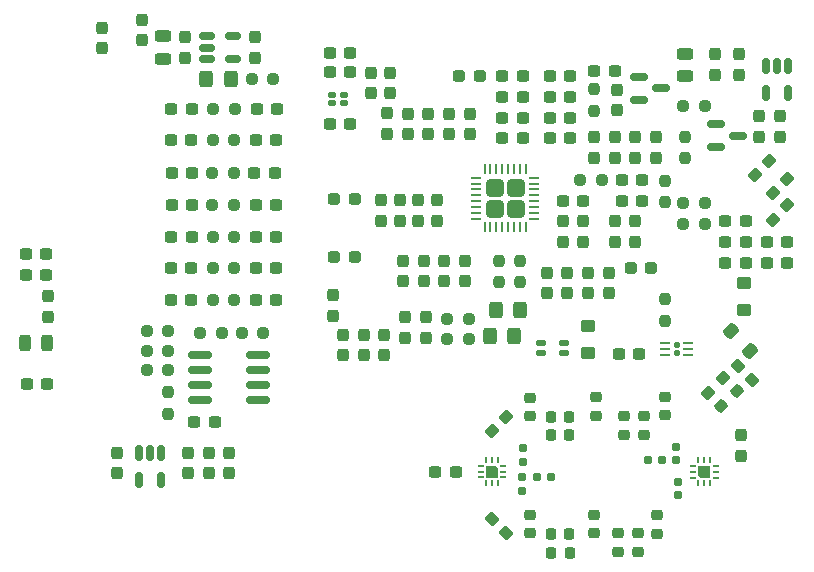
<source format=gbr>
%TF.GenerationSoftware,KiCad,Pcbnew,8.0.8-8.0.8-0~ubuntu22.04.1*%
%TF.CreationDate,2025-02-19T20:52:00+01:00*%
%TF.ProjectId,LO_synth_ADF4351_module,4c4f5f73-796e-4746-985f-414446343335,rev?*%
%TF.SameCoordinates,Original*%
%TF.FileFunction,Paste,Top*%
%TF.FilePolarity,Positive*%
%FSLAX46Y46*%
G04 Gerber Fmt 4.6, Leading zero omitted, Abs format (unit mm)*
G04 Created by KiCad (PCBNEW 8.0.8-8.0.8-0~ubuntu22.04.1) date 2025-02-19 20:52:00*
%MOMM*%
%LPD*%
G01*
G04 APERTURE LIST*
G04 Aperture macros list*
%AMRoundRect*
0 Rectangle with rounded corners*
0 $1 Rounding radius*
0 $2 $3 $4 $5 $6 $7 $8 $9 X,Y pos of 4 corners*
0 Add a 4 corners polygon primitive as box body*
4,1,4,$2,$3,$4,$5,$6,$7,$8,$9,$2,$3,0*
0 Add four circle primitives for the rounded corners*
1,1,$1+$1,$2,$3*
1,1,$1+$1,$4,$5*
1,1,$1+$1,$6,$7*
1,1,$1+$1,$8,$9*
0 Add four rect primitives between the rounded corners*
20,1,$1+$1,$2,$3,$4,$5,0*
20,1,$1+$1,$4,$5,$6,$7,0*
20,1,$1+$1,$6,$7,$8,$9,0*
20,1,$1+$1,$8,$9,$2,$3,0*%
%AMOutline5P*
0 Free polygon, 5 corners , with rotation*
0 The origin of the aperture is its center*
0 number of corners: always 5*
0 $1 to $10 corner X, Y*
0 $11 Rotation angle, in degrees counterclockwise*
0 create outline with 5 corners*
4,1,5,$1,$2,$3,$4,$5,$6,$7,$8,$9,$10,$1,$2,$11*%
%AMOutline6P*
0 Free polygon, 6 corners , with rotation*
0 The origin of the aperture is its center*
0 number of corners: always 6*
0 $1 to $12 corner X, Y*
0 $13 Rotation angle, in degrees counterclockwise*
0 create outline with 6 corners*
4,1,6,$1,$2,$3,$4,$5,$6,$7,$8,$9,$10,$11,$12,$1,$2,$13*%
%AMOutline7P*
0 Free polygon, 7 corners , with rotation*
0 The origin of the aperture is its center*
0 number of corners: always 7*
0 $1 to $14 corner X, Y*
0 $15 Rotation angle, in degrees counterclockwise*
0 create outline with 7 corners*
4,1,7,$1,$2,$3,$4,$5,$6,$7,$8,$9,$10,$11,$12,$13,$14,$1,$2,$15*%
%AMOutline8P*
0 Free polygon, 8 corners , with rotation*
0 The origin of the aperture is its center*
0 number of corners: always 8*
0 $1 to $16 corner X, Y*
0 $17 Rotation angle, in degrees counterclockwise*
0 create outline with 8 corners*
4,1,8,$1,$2,$3,$4,$5,$6,$7,$8,$9,$10,$11,$12,$13,$14,$15,$16,$1,$2,$17*%
G04 Aperture macros list end*
%ADD10RoundRect,0.237500X0.237500X-0.300000X0.237500X0.300000X-0.237500X0.300000X-0.237500X-0.300000X0*%
%ADD11RoundRect,0.237500X-0.250000X-0.237500X0.250000X-0.237500X0.250000X0.237500X-0.250000X0.237500X0*%
%ADD12RoundRect,0.237500X0.300000X0.237500X-0.300000X0.237500X-0.300000X-0.237500X0.300000X-0.237500X0*%
%ADD13RoundRect,0.237500X-0.300000X-0.237500X0.300000X-0.237500X0.300000X0.237500X-0.300000X0.237500X0*%
%ADD14RoundRect,0.155000X-0.155000X0.212500X-0.155000X-0.212500X0.155000X-0.212500X0.155000X0.212500X0*%
%ADD15RoundRect,0.237500X-0.237500X0.300000X-0.237500X-0.300000X0.237500X-0.300000X0.237500X0.300000X0*%
%ADD16RoundRect,0.225000X-0.250000X0.225000X-0.250000X-0.225000X0.250000X-0.225000X0.250000X0.225000X0*%
%ADD17RoundRect,0.250000X-0.350000X0.275000X-0.350000X-0.275000X0.350000X-0.275000X0.350000X0.275000X0*%
%ADD18RoundRect,0.237500X0.044194X0.380070X-0.380070X-0.044194X-0.044194X-0.380070X0.380070X0.044194X0*%
%ADD19RoundRect,0.250000X-0.325000X-0.450000X0.325000X-0.450000X0.325000X0.450000X-0.325000X0.450000X0*%
%ADD20RoundRect,0.237500X0.237500X-0.250000X0.237500X0.250000X-0.237500X0.250000X-0.237500X-0.250000X0*%
%ADD21RoundRect,0.237500X-0.237500X0.287500X-0.237500X-0.287500X0.237500X-0.287500X0.237500X0.287500X0*%
%ADD22RoundRect,0.150000X-0.587500X-0.150000X0.587500X-0.150000X0.587500X0.150000X-0.587500X0.150000X0*%
%ADD23RoundRect,0.237500X0.250000X0.237500X-0.250000X0.237500X-0.250000X-0.237500X0.250000X-0.237500X0*%
%ADD24RoundRect,0.237500X-0.237500X0.250000X-0.237500X-0.250000X0.237500X-0.250000X0.237500X0.250000X0*%
%ADD25RoundRect,0.225000X0.250000X-0.225000X0.250000X0.225000X-0.250000X0.225000X-0.250000X-0.225000X0*%
%ADD26RoundRect,0.218750X-0.256250X0.218750X-0.256250X-0.218750X0.256250X-0.218750X0.256250X0.218750X0*%
%ADD27RoundRect,0.250000X0.350000X-0.275000X0.350000X0.275000X-0.350000X0.275000X-0.350000X-0.275000X0*%
%ADD28RoundRect,0.125000X0.325000X0.125000X-0.325000X0.125000X-0.325000X-0.125000X0.325000X-0.125000X0*%
%ADD29RoundRect,0.218750X0.218750X0.256250X-0.218750X0.256250X-0.218750X-0.256250X0.218750X-0.256250X0*%
%ADD30RoundRect,0.243750X-0.243750X-0.456250X0.243750X-0.456250X0.243750X0.456250X-0.243750X0.456250X0*%
%ADD31RoundRect,0.237500X0.008839X0.344715X-0.344715X-0.008839X-0.008839X-0.344715X0.344715X0.008839X0*%
%ADD32RoundRect,0.237500X-0.035355X-0.371231X0.371231X0.035355X0.035355X0.371231X-0.371231X-0.035355X0*%
%ADD33RoundRect,0.150000X-0.512500X-0.150000X0.512500X-0.150000X0.512500X0.150000X-0.512500X0.150000X0*%
%ADD34RoundRect,0.155000X0.155000X-0.212500X0.155000X0.212500X-0.155000X0.212500X-0.155000X-0.212500X0*%
%ADD35RoundRect,0.237500X-0.287500X-0.237500X0.287500X-0.237500X0.287500X0.237500X-0.287500X0.237500X0*%
%ADD36RoundRect,0.120000X-0.120000X-0.155000X0.120000X-0.155000X0.120000X0.155000X-0.120000X0.155000X0*%
%ADD37RoundRect,0.062500X-0.375000X-0.062500X0.375000X-0.062500X0.375000X0.062500X-0.375000X0.062500X0*%
%ADD38RoundRect,0.225000X-0.225000X-0.250000X0.225000X-0.250000X0.225000X0.250000X-0.225000X0.250000X0*%
%ADD39RoundRect,0.237500X0.380070X-0.044194X-0.044194X0.380070X-0.380070X0.044194X0.044194X-0.380070X0*%
%ADD40RoundRect,0.160000X-0.197500X-0.160000X0.197500X-0.160000X0.197500X0.160000X-0.197500X0.160000X0*%
%ADD41RoundRect,0.160000X0.197500X0.160000X-0.197500X0.160000X-0.197500X-0.160000X0.197500X-0.160000X0*%
%ADD42RoundRect,0.062500X-0.062500X-0.175000X0.062500X-0.175000X0.062500X0.175000X-0.062500X0.175000X0*%
%ADD43RoundRect,0.062500X-0.175000X0.062500X-0.175000X-0.062500X0.175000X-0.062500X0.175000X0.062500X0*%
%ADD44Outline5P,-0.500000X0.300000X-0.300000X0.500000X0.500000X0.500000X0.500000X-0.500000X-0.500000X-0.500000X270.000000*%
%ADD45RoundRect,0.150000X-0.150000X0.512500X-0.150000X-0.512500X0.150000X-0.512500X0.150000X0.512500X0*%
%ADD46RoundRect,0.062500X0.062500X0.175000X-0.062500X0.175000X-0.062500X-0.175000X0.062500X-0.175000X0*%
%ADD47RoundRect,0.062500X0.175000X-0.062500X0.175000X0.062500X-0.175000X0.062500X-0.175000X-0.062500X0*%
%ADD48Outline5P,-0.500000X0.300000X-0.300000X0.500000X0.500000X0.500000X0.500000X-0.500000X-0.500000X-0.500000X90.000000*%
%ADD49RoundRect,0.237500X0.287500X0.237500X-0.287500X0.237500X-0.287500X-0.237500X0.287500X-0.237500X0*%
%ADD50RoundRect,0.250000X0.441942X0.053033X0.053033X0.441942X-0.441942X-0.053033X-0.053033X-0.441942X0*%
%ADD51RoundRect,0.237500X0.237500X-0.287500X0.237500X0.287500X-0.237500X0.287500X-0.237500X-0.287500X0*%
%ADD52RoundRect,0.243750X0.456250X-0.243750X0.456250X0.243750X-0.456250X0.243750X-0.456250X-0.243750X0*%
%ADD53RoundRect,0.125000X0.175000X0.125000X-0.175000X0.125000X-0.175000X-0.125000X0.175000X-0.125000X0*%
%ADD54RoundRect,0.250000X-0.480000X-0.480000X0.480000X-0.480000X0.480000X0.480000X-0.480000X0.480000X0*%
%ADD55RoundRect,0.062500X-0.350000X-0.062500X0.350000X-0.062500X0.350000X0.062500X-0.350000X0.062500X0*%
%ADD56RoundRect,0.062500X-0.062500X-0.350000X0.062500X-0.350000X0.062500X0.350000X-0.062500X0.350000X0*%
%ADD57RoundRect,0.150000X0.825000X0.150000X-0.825000X0.150000X-0.825000X-0.150000X0.825000X-0.150000X0*%
%ADD58RoundRect,0.243750X-0.456250X0.243750X-0.456250X-0.243750X0.456250X-0.243750X0.456250X0.243750X0*%
G04 APERTURE END LIST*
D10*
%TO.C,C39*%
X98800000Y-54462500D03*
X98800000Y-52737500D03*
%TD*%
%TO.C,C26*%
X99100000Y-59600000D03*
X99100000Y-57875000D03*
%TD*%
%TO.C,C14*%
X82650000Y-75862500D03*
X82650000Y-74137500D03*
%TD*%
D11*
%TO.C,R18*%
X122837500Y-53000000D03*
X124662500Y-53000000D03*
%TD*%
D12*
%TO.C,C98*%
X131612500Y-58000000D03*
X129887500Y-58000000D03*
%TD*%
D13*
%TO.C,C58*%
X111500000Y-45750000D03*
X113225000Y-45750000D03*
%TD*%
D11*
%TO.C,R21*%
X102837500Y-64500000D03*
X104662500Y-64500000D03*
%TD*%
D14*
%TO.C,C85*%
X109250000Y-73732500D03*
X109250000Y-74867500D03*
%TD*%
D15*
%TO.C,C105*%
X98000000Y-41937500D03*
X98000000Y-43662500D03*
%TD*%
D16*
%TO.C,C69*%
X121250000Y-69400000D03*
X121250000Y-70950000D03*
%TD*%
D15*
%TO.C,C83*%
X125500000Y-40387500D03*
X125500000Y-42112500D03*
%TD*%
D14*
%TO.C,C52*%
X122200000Y-73582500D03*
X122200000Y-74717500D03*
%TD*%
D13*
%TO.C,C61*%
X111500000Y-44000000D03*
X113225000Y-44000000D03*
%TD*%
D10*
%TO.C,C46*%
X97200000Y-54462500D03*
X97200000Y-52737500D03*
%TD*%
D15*
%TO.C,C60*%
X101000000Y-62637500D03*
X101000000Y-64362500D03*
%TD*%
D17*
%TO.C,L7*%
X114750000Y-63350000D03*
X114750000Y-65650000D03*
%TD*%
D18*
%TO.C,C95*%
X130109880Y-49390120D03*
X128890120Y-50609880D03*
%TD*%
D19*
%TO.C,D1*%
X82450000Y-42500000D03*
X84500000Y-42500000D03*
%TD*%
D20*
%TO.C,R32*%
X79200000Y-70812500D03*
X79200000Y-68987500D03*
%TD*%
D21*
%TO.C,FB7*%
X97750000Y-45375000D03*
X97750000Y-47125000D03*
%TD*%
D22*
%TO.C,Q2*%
X119062500Y-42300000D03*
X119062500Y-44200000D03*
X120937500Y-43250000D03*
%TD*%
D23*
%TO.C,R17*%
X115912500Y-51000000D03*
X114087500Y-51000000D03*
%TD*%
D24*
%TO.C,R19*%
X107250000Y-57837500D03*
X107250000Y-59662500D03*
%TD*%
D25*
%TO.C,C71*%
X119000000Y-82475000D03*
X119000000Y-80925000D03*
%TD*%
D11*
%TO.C,R6*%
X82975000Y-58500000D03*
X84800000Y-58500000D03*
%TD*%
D16*
%TO.C,C75*%
X115400000Y-69425000D03*
X115400000Y-70975000D03*
%TD*%
D10*
%TO.C,C24*%
X111250000Y-60612500D03*
X111250000Y-58887500D03*
%TD*%
D24*
%TO.C,R24*%
X121250000Y-61087500D03*
X121250000Y-62912500D03*
%TD*%
D20*
%TO.C,R12*%
X123000000Y-49162500D03*
X123000000Y-47337500D03*
%TD*%
D15*
%TO.C,C82*%
X127500000Y-40387500D03*
X127500000Y-42112500D03*
%TD*%
D26*
%TO.C,L1*%
X117300000Y-80912500D03*
X117300000Y-82487500D03*
%TD*%
D10*
%TO.C,C91*%
X131000000Y-47362500D03*
X131000000Y-45637500D03*
%TD*%
D27*
%TO.C,L8*%
X128000000Y-62000000D03*
X128000000Y-59700000D03*
%TD*%
D10*
%TO.C,C59*%
X117000000Y-56250000D03*
X117000000Y-54525000D03*
%TD*%
D12*
%TO.C,C33*%
X109225000Y-45750000D03*
X107500000Y-45750000D03*
%TD*%
D13*
%TO.C,C6*%
X79475000Y-45037500D03*
X81200000Y-45037500D03*
%TD*%
%TO.C,C111*%
X92887500Y-40300000D03*
X94612500Y-40300000D03*
%TD*%
D12*
%TO.C,C48*%
X109225000Y-42250000D03*
X107500000Y-42250000D03*
%TD*%
%TO.C,C103*%
X103562500Y-75700000D03*
X101837500Y-75700000D03*
%TD*%
D10*
%TO.C,C56*%
X118750000Y-56250000D03*
X118750000Y-54525000D03*
%TD*%
D28*
%TO.C,TR1*%
X112750000Y-65650000D03*
X112750000Y-64850000D03*
X110750000Y-64850000D03*
X110750000Y-65650000D03*
%TD*%
D13*
%TO.C,C3*%
X79437500Y-47600000D03*
X81162500Y-47600000D03*
%TD*%
%TO.C,C57*%
X117637500Y-52750000D03*
X119362500Y-52750000D03*
%TD*%
D12*
%TO.C,C15*%
X88362500Y-61200000D03*
X86637500Y-61200000D03*
%TD*%
D29*
%TO.C,L4*%
X113187500Y-71050000D03*
X111612500Y-71050000D03*
%TD*%
D13*
%TO.C,C55*%
X111500000Y-47500000D03*
X113225000Y-47500000D03*
%TD*%
D25*
%TO.C,C72*%
X117800000Y-72575000D03*
X117800000Y-71025000D03*
%TD*%
D30*
%TO.C,C1*%
X67100000Y-64800000D03*
X68975000Y-64800000D03*
%TD*%
D31*
%TO.C,R105*%
X127345235Y-68854765D03*
X126054765Y-70145235D03*
%TD*%
D11*
%TO.C,R2*%
X83012500Y-45037500D03*
X84837500Y-45037500D03*
%TD*%
%TO.C,R22*%
X102837500Y-62750000D03*
X104662500Y-62750000D03*
%TD*%
D32*
%TO.C,FB11*%
X130381282Y-54368718D03*
X131618718Y-53131282D03*
%TD*%
D33*
%TO.C,U9*%
X82462500Y-38850000D03*
X82462500Y-39800000D03*
X82462500Y-40750000D03*
X84737500Y-40750000D03*
X84737500Y-38850000D03*
%TD*%
D12*
%TO.C,C21*%
X88337500Y-53100000D03*
X86612500Y-53100000D03*
%TD*%
D15*
%TO.C,C28*%
X104750000Y-45387500D03*
X104750000Y-47112500D03*
%TD*%
%TO.C,C76*%
X99260000Y-62637500D03*
X99260000Y-64362500D03*
%TD*%
D10*
%TO.C,C30*%
X113000000Y-60612500D03*
X113000000Y-58887500D03*
%TD*%
D18*
%TO.C,C97*%
X131609880Y-50890120D03*
X130390120Y-52109880D03*
%TD*%
D12*
%TO.C,C64*%
X119362500Y-51000000D03*
X117637500Y-51000000D03*
%TD*%
D15*
%TO.C,C29*%
X120500000Y-47387500D03*
X120500000Y-49112500D03*
%TD*%
D10*
%TO.C,C47*%
X104350000Y-59600000D03*
X104350000Y-57875000D03*
%TD*%
D13*
%TO.C,C66*%
X111500000Y-42250000D03*
X113225000Y-42250000D03*
%TD*%
D11*
%TO.C,R14*%
X122837500Y-54750000D03*
X124662500Y-54750000D03*
%TD*%
D13*
%TO.C,C102*%
X126387500Y-54500000D03*
X128112500Y-54500000D03*
%TD*%
D34*
%TO.C,C118*%
X109200000Y-77317500D03*
X109200000Y-76182500D03*
%TD*%
D23*
%TO.C,R37*%
X83762500Y-63950000D03*
X81937500Y-63950000D03*
%TD*%
D35*
%TO.C,FB4*%
X93250000Y-52600000D03*
X95000000Y-52600000D03*
%TD*%
D10*
%TO.C,C40*%
X102600000Y-59600000D03*
X102600000Y-57875000D03*
%TD*%
D12*
%TO.C,C27*%
X109225000Y-47500000D03*
X107500000Y-47500000D03*
%TD*%
D13*
%TO.C,C7*%
X79425000Y-58500000D03*
X81150000Y-58500000D03*
%TD*%
D15*
%TO.C,C106*%
X77000000Y-37475000D03*
X77000000Y-39200000D03*
%TD*%
D21*
%TO.C,FB2*%
X93125000Y-60750000D03*
X93125000Y-62500000D03*
%TD*%
D10*
%TO.C,C93*%
X129250000Y-47362500D03*
X129250000Y-45637500D03*
%TD*%
D24*
%TO.C,R15*%
X121250000Y-51087500D03*
X121250000Y-52912500D03*
%TD*%
D15*
%TO.C,C49*%
X99500000Y-45387500D03*
X99500000Y-47112500D03*
%TD*%
D24*
%TO.C,R20*%
X109000000Y-57837500D03*
X109000000Y-59662500D03*
%TD*%
D13*
%TO.C,C92*%
X92887500Y-41900000D03*
X94612500Y-41900000D03*
%TD*%
%TO.C,C100*%
X126387500Y-56250000D03*
X128112500Y-56250000D03*
%TD*%
D16*
%TO.C,C74*%
X115250000Y-79375000D03*
X115250000Y-80925000D03*
%TD*%
D10*
%TO.C,C73*%
X94000000Y-65862500D03*
X94000000Y-64137500D03*
%TD*%
D13*
%TO.C,C11*%
X79512500Y-53100000D03*
X81237500Y-53100000D03*
%TD*%
%TO.C,C8*%
X67237500Y-68300000D03*
X68962500Y-68300000D03*
%TD*%
D11*
%TO.C,R5*%
X82975000Y-55800000D03*
X84800000Y-55800000D03*
%TD*%
D12*
%TO.C,C84*%
X117000000Y-41750000D03*
X115275000Y-41750000D03*
%TD*%
D15*
%TO.C,C43*%
X117000000Y-47387500D03*
X117000000Y-49112500D03*
%TD*%
D10*
%TO.C,C18*%
X84400000Y-75862500D03*
X84400000Y-74137500D03*
%TD*%
D16*
%TO.C,C68*%
X120637500Y-79400000D03*
X120637500Y-80950000D03*
%TD*%
D13*
%TO.C,C10*%
X79437500Y-61200000D03*
X81162500Y-61200000D03*
%TD*%
D36*
%TO.C,U6*%
X122250000Y-65000000D03*
X122250000Y-65680000D03*
D37*
X121312500Y-64840000D03*
X121312500Y-65340000D03*
X121312500Y-65840000D03*
X123187500Y-65840000D03*
X123187500Y-65340000D03*
X123187500Y-64840000D03*
%TD*%
D13*
%TO.C,C5*%
X67175000Y-59050000D03*
X68900000Y-59050000D03*
%TD*%
D23*
%TO.C,R34*%
X87262500Y-63950000D03*
X85437500Y-63950000D03*
%TD*%
D38*
%TO.C,C78*%
X111637500Y-72575000D03*
X113187500Y-72575000D03*
%TD*%
D23*
%TO.C,R16*%
X88107500Y-42465000D03*
X86282500Y-42465000D03*
%TD*%
D38*
%TO.C,C77*%
X111650000Y-82575000D03*
X113200000Y-82575000D03*
%TD*%
D15*
%TO.C,C50*%
X115250000Y-47387500D03*
X115250000Y-49112500D03*
%TD*%
D24*
%TO.C,R23*%
X115250000Y-43337500D03*
X115250000Y-45162500D03*
%TD*%
D23*
%TO.C,R36*%
X79225000Y-67100000D03*
X77400000Y-67100000D03*
%TD*%
D39*
%TO.C,C121*%
X128659880Y-67959880D03*
X127440120Y-66740120D03*
%TD*%
D10*
%TO.C,C25*%
X102000000Y-54462500D03*
X102000000Y-52737500D03*
%TD*%
D40*
%TO.C,R101*%
X119805000Y-74700000D03*
X121000000Y-74700000D03*
%TD*%
D19*
%TO.C,L5*%
X106450000Y-64250000D03*
X108500000Y-64250000D03*
%TD*%
D15*
%TO.C,C35*%
X118750000Y-47387500D03*
X118750000Y-49112500D03*
%TD*%
D10*
%TO.C,C65*%
X95750000Y-65862500D03*
X95750000Y-64137500D03*
%TD*%
D39*
%TO.C,C120*%
X107834880Y-80909880D03*
X106615120Y-79690120D03*
%TD*%
D32*
%TO.C,L10*%
X124931282Y-69018718D03*
X126168718Y-67781282D03*
%TD*%
D13*
%TO.C,C96*%
X126387500Y-58000000D03*
X128112500Y-58000000D03*
%TD*%
D11*
%TO.C,R1*%
X82987500Y-61200000D03*
X84812500Y-61200000D03*
%TD*%
D22*
%TO.C,Q3*%
X125562500Y-46300000D03*
X125562500Y-48200000D03*
X127437500Y-47250000D03*
%TD*%
D13*
%TO.C,C2*%
X67175000Y-57300000D03*
X68900000Y-57300000D03*
%TD*%
D16*
%TO.C,C80*%
X109875000Y-69475000D03*
X109875000Y-71025000D03*
%TD*%
D10*
%TO.C,C16*%
X80900000Y-75862500D03*
X80900000Y-74137500D03*
%TD*%
D41*
%TO.C,R102*%
X111597500Y-76150000D03*
X110402500Y-76150000D03*
%TD*%
D12*
%TO.C,C99*%
X131612500Y-56250000D03*
X129887500Y-56250000D03*
%TD*%
D42*
%TO.C,U102*%
X107137500Y-74737500D03*
X106637500Y-74737500D03*
X106137500Y-74737500D03*
D43*
X105675000Y-75200000D03*
X105675000Y-75700000D03*
X105675000Y-76200000D03*
D42*
X106137500Y-76662500D03*
X106637500Y-76662500D03*
X107137500Y-76662500D03*
D43*
X107600000Y-76200000D03*
X107600000Y-75700000D03*
X107600000Y-75200000D03*
D44*
X106637500Y-75700000D03*
%TD*%
D10*
%TO.C,C45*%
X116500000Y-60612500D03*
X116500000Y-58887500D03*
%TD*%
D45*
%TO.C,U5*%
X131700000Y-41362500D03*
X130750000Y-41362500D03*
X129800000Y-41362500D03*
X129800000Y-43637500D03*
X131700000Y-43637500D03*
%TD*%
D11*
%TO.C,R3*%
X82962500Y-50400000D03*
X84787500Y-50400000D03*
%TD*%
D12*
%TO.C,C22*%
X88237500Y-50400000D03*
X86512500Y-50400000D03*
%TD*%
D46*
%TO.C,U101*%
X124100000Y-76675000D03*
X124600000Y-76675000D03*
X125100000Y-76675000D03*
D47*
X125562500Y-76212500D03*
X125562500Y-75712500D03*
X125562500Y-75212500D03*
D46*
X125100000Y-74750000D03*
X124600000Y-74750000D03*
X124100000Y-74750000D03*
D47*
X123637500Y-75212500D03*
X123637500Y-75712500D03*
X123637500Y-76212500D03*
D48*
X124600000Y-75712500D03*
%TD*%
D10*
%TO.C,C89*%
X117250000Y-45112500D03*
X117250000Y-43387500D03*
%TD*%
D11*
%TO.C,R33*%
X77387500Y-63800000D03*
X79212500Y-63800000D03*
%TD*%
D12*
%TO.C,C12*%
X88450000Y-44987500D03*
X86725000Y-44987500D03*
%TD*%
D49*
%TO.C,FB3*%
X120125000Y-58500000D03*
X118375000Y-58500000D03*
%TD*%
D23*
%TO.C,R25*%
X124662500Y-44750000D03*
X122837500Y-44750000D03*
%TD*%
D50*
%TO.C,L9*%
X128513173Y-65463173D03*
X126886827Y-63836827D03*
%TD*%
D13*
%TO.C,C9*%
X79487500Y-55800000D03*
X81212500Y-55800000D03*
%TD*%
D23*
%TO.C,R35*%
X79212500Y-65500000D03*
X77387500Y-65500000D03*
%TD*%
D51*
%TO.C,FB1*%
X69037500Y-62625000D03*
X69037500Y-60875000D03*
%TD*%
D52*
%TO.C,C109*%
X78800000Y-40737500D03*
X78800000Y-38862500D03*
%TD*%
D15*
%TO.C,C94*%
X127750000Y-72637500D03*
X127750000Y-74362500D03*
%TD*%
D35*
%TO.C,FB5*%
X93250000Y-57500000D03*
X95000000Y-57500000D03*
%TD*%
D29*
%TO.C,L3*%
X113187500Y-80950000D03*
X111612500Y-80950000D03*
%TD*%
D12*
%TO.C,C101*%
X83162500Y-71500000D03*
X81437500Y-71500000D03*
%TD*%
D51*
%TO.C,FB12*%
X73600000Y-39875000D03*
X73600000Y-38125000D03*
%TD*%
D10*
%TO.C,C108*%
X86600000Y-40662500D03*
X86600000Y-38937500D03*
%TD*%
D18*
%TO.C,C119*%
X107834880Y-71040120D03*
X106615120Y-72259880D03*
%TD*%
D35*
%TO.C,FB6*%
X103875000Y-42250000D03*
X105625000Y-42250000D03*
%TD*%
D12*
%TO.C,C19*%
X88350000Y-58500000D03*
X86625000Y-58500000D03*
%TD*%
D53*
%TO.C,U8*%
X94100000Y-43800000D03*
X93100000Y-43800000D03*
X93100000Y-44500000D03*
X94100000Y-44500000D03*
%TD*%
D10*
%TO.C,C67*%
X112612500Y-56250000D03*
X112612500Y-54525000D03*
%TD*%
D45*
%TO.C,U1*%
X78600000Y-74156250D03*
X77650000Y-74156250D03*
X76700000Y-74156250D03*
X76700000Y-76431250D03*
X78600000Y-76431250D03*
%TD*%
D11*
%TO.C,R4*%
X82962500Y-53100000D03*
X84787500Y-53100000D03*
%TD*%
D10*
%TO.C,C4*%
X74900000Y-75862500D03*
X74900000Y-74137500D03*
%TD*%
D13*
%TO.C,C13*%
X79512500Y-50400000D03*
X81237500Y-50400000D03*
%TD*%
D54*
%TO.C,U2*%
X106875000Y-51687500D03*
X106875000Y-53437500D03*
X108625000Y-51687500D03*
X108625000Y-53437500D03*
D55*
X105312500Y-50812500D03*
X105312500Y-51312500D03*
X105312500Y-51812500D03*
X105312500Y-52312500D03*
X105312500Y-52812500D03*
X105312500Y-53312500D03*
X105312500Y-53812500D03*
X105312500Y-54312500D03*
D56*
X106000000Y-55000000D03*
X106500000Y-55000000D03*
X107000000Y-55000000D03*
X107500000Y-55000000D03*
X108000000Y-55000000D03*
X108500000Y-55000000D03*
X109000000Y-55000000D03*
X109500000Y-55000000D03*
D55*
X110187500Y-54312500D03*
X110187500Y-53812500D03*
X110187500Y-53312500D03*
X110187500Y-52812500D03*
X110187500Y-52312500D03*
X110187500Y-51812500D03*
X110187500Y-51312500D03*
X110187500Y-50812500D03*
D56*
X109500000Y-50125000D03*
X109000000Y-50125000D03*
X108500000Y-50125000D03*
X108000000Y-50125000D03*
X107500000Y-50125000D03*
X107000000Y-50125000D03*
X106500000Y-50125000D03*
X106000000Y-50125000D03*
%TD*%
D10*
%TO.C,C63*%
X97500000Y-65862500D03*
X97500000Y-64137500D03*
%TD*%
D11*
%TO.C,R7*%
X82987500Y-47600000D03*
X84812500Y-47600000D03*
%TD*%
D57*
%TO.C,U7*%
X86825000Y-69605000D03*
X86825000Y-68335000D03*
X86825000Y-67065000D03*
X86825000Y-65795000D03*
X81875000Y-65795000D03*
X81875000Y-67065000D03*
X81875000Y-68335000D03*
X81875000Y-69605000D03*
%TD*%
D15*
%TO.C,C42*%
X101250000Y-45387500D03*
X101250000Y-47112500D03*
%TD*%
D12*
%TO.C,C20*%
X88350000Y-55800000D03*
X86625000Y-55800000D03*
%TD*%
D10*
%TO.C,C31*%
X100400000Y-54462500D03*
X100400000Y-52737500D03*
%TD*%
D16*
%TO.C,C79*%
X109825000Y-79375000D03*
X109825000Y-80925000D03*
%TD*%
D34*
%TO.C,C53*%
X122350000Y-77717500D03*
X122350000Y-76582500D03*
%TD*%
D58*
%TO.C,C81*%
X123000000Y-40312500D03*
X123000000Y-42187500D03*
%TD*%
D13*
%TO.C,C86*%
X117387500Y-65750000D03*
X119112500Y-65750000D03*
%TD*%
D12*
%TO.C,C70*%
X114362500Y-52750000D03*
X112637500Y-52750000D03*
%TD*%
%TO.C,C17*%
X88362500Y-47600000D03*
X86637500Y-47600000D03*
%TD*%
D26*
%TO.C,L2*%
X119500000Y-71012500D03*
X119500000Y-72587500D03*
%TD*%
D12*
%TO.C,C44*%
X94612500Y-46250000D03*
X92887500Y-46250000D03*
%TD*%
D10*
%TO.C,C62*%
X114362500Y-56250000D03*
X114362500Y-54525000D03*
%TD*%
D12*
%TO.C,C41*%
X109225000Y-44000000D03*
X107500000Y-44000000D03*
%TD*%
D15*
%TO.C,C104*%
X96400000Y-41937499D03*
X96400000Y-43662501D03*
%TD*%
D19*
%TO.C,L6*%
X106975000Y-62000000D03*
X109025000Y-62000000D03*
%TD*%
D15*
%TO.C,C34*%
X103000000Y-45387500D03*
X103000000Y-47112500D03*
%TD*%
D10*
%TO.C,C38*%
X114750000Y-60612500D03*
X114750000Y-58887500D03*
%TD*%
%TO.C,C32*%
X100850000Y-59600000D03*
X100850000Y-57875000D03*
%TD*%
%TO.C,C107*%
X80600000Y-40662500D03*
X80600000Y-38937500D03*
%TD*%
M02*

</source>
